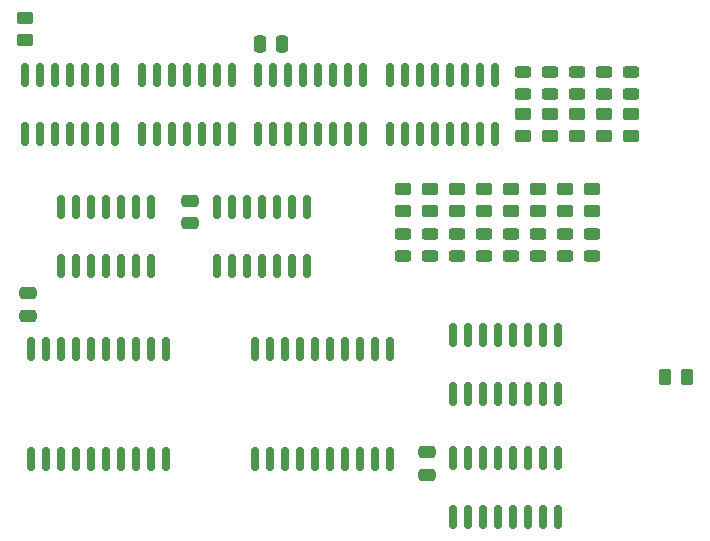
<source format=gbr>
%TF.GenerationSoftware,KiCad,Pcbnew,(6.0.0-0)*%
%TF.CreationDate,2022-08-12T08:36:23-04:00*%
%TF.ProjectId,inst-step-irq-decode,696e7374-2d73-4746-9570-2d6972712d64,rev?*%
%TF.SameCoordinates,Original*%
%TF.FileFunction,Paste,Top*%
%TF.FilePolarity,Positive*%
%FSLAX46Y46*%
G04 Gerber Fmt 4.6, Leading zero omitted, Abs format (unit mm)*
G04 Created by KiCad (PCBNEW (6.0.0-0)) date 2022-08-12 08:36:23*
%MOMM*%
%LPD*%
G01*
G04 APERTURE LIST*
G04 Aperture macros list*
%AMRoundRect*
0 Rectangle with rounded corners*
0 $1 Rounding radius*
0 $2 $3 $4 $5 $6 $7 $8 $9 X,Y pos of 4 corners*
0 Add a 4 corners polygon primitive as box body*
4,1,4,$2,$3,$4,$5,$6,$7,$8,$9,$2,$3,0*
0 Add four circle primitives for the rounded corners*
1,1,$1+$1,$2,$3*
1,1,$1+$1,$4,$5*
1,1,$1+$1,$6,$7*
1,1,$1+$1,$8,$9*
0 Add four rect primitives between the rounded corners*
20,1,$1+$1,$2,$3,$4,$5,0*
20,1,$1+$1,$4,$5,$6,$7,0*
20,1,$1+$1,$6,$7,$8,$9,0*
20,1,$1+$1,$8,$9,$2,$3,0*%
G04 Aperture macros list end*
%ADD10RoundRect,0.250000X0.450000X-0.262500X0.450000X0.262500X-0.450000X0.262500X-0.450000X-0.262500X0*%
%ADD11RoundRect,0.250000X-0.450000X0.262500X-0.450000X-0.262500X0.450000X-0.262500X0.450000X0.262500X0*%
%ADD12RoundRect,0.243750X-0.456250X0.243750X-0.456250X-0.243750X0.456250X-0.243750X0.456250X0.243750X0*%
%ADD13RoundRect,0.150000X0.150000X-0.825000X0.150000X0.825000X-0.150000X0.825000X-0.150000X-0.825000X0*%
%ADD14RoundRect,0.250000X0.475000X-0.250000X0.475000X0.250000X-0.475000X0.250000X-0.475000X-0.250000X0*%
%ADD15RoundRect,0.150000X0.150000X-0.875000X0.150000X0.875000X-0.150000X0.875000X-0.150000X-0.875000X0*%
%ADD16RoundRect,0.243750X0.456250X-0.243750X0.456250X0.243750X-0.456250X0.243750X-0.456250X-0.243750X0*%
%ADD17RoundRect,0.250000X0.262500X0.450000X-0.262500X0.450000X-0.262500X-0.450000X0.262500X-0.450000X0*%
%ADD18RoundRect,0.250000X-0.250000X-0.475000X0.250000X-0.475000X0.250000X0.475000X-0.250000X0.475000X0*%
G04 APERTURE END LIST*
D10*
%TO.C,R2*%
X153670000Y-93368742D03*
X153670000Y-91543742D03*
%TD*%
%TO.C,R3*%
X155956000Y-93368742D03*
X155956000Y-91543742D03*
%TD*%
D11*
%TO.C,R13*%
X172974000Y-85193742D03*
X172974000Y-87018742D03*
%TD*%
D12*
%TO.C,D6*%
X165100000Y-95328742D03*
X165100000Y-97203742D03*
%TD*%
D11*
%TO.C,R1*%
X121666000Y-77065742D03*
X121666000Y-78890742D03*
%TD*%
D13*
%TO.C,U5*%
X137922000Y-97979242D03*
X139192000Y-97979242D03*
X140462000Y-97979242D03*
X141732000Y-97979242D03*
X143002000Y-97979242D03*
X144272000Y-97979242D03*
X145542000Y-97979242D03*
X145542000Y-93029242D03*
X144272000Y-93029242D03*
X143002000Y-93029242D03*
X141732000Y-93029242D03*
X140462000Y-93029242D03*
X139192000Y-93029242D03*
X137922000Y-93029242D03*
%TD*%
D12*
%TO.C,D8*%
X169672000Y-95328742D03*
X169672000Y-97203742D03*
%TD*%
D13*
%TO.C,U4*%
X131572000Y-86803242D03*
X132842000Y-86803242D03*
X134112000Y-86803242D03*
X135382000Y-86803242D03*
X136652000Y-86803242D03*
X137922000Y-86803242D03*
X139192000Y-86803242D03*
X139192000Y-81853242D03*
X137922000Y-81853242D03*
X136652000Y-81853242D03*
X135382000Y-81853242D03*
X134112000Y-81853242D03*
X132842000Y-81853242D03*
X131572000Y-81853242D03*
%TD*%
D11*
%TO.C,R12*%
X170688000Y-85193742D03*
X170688000Y-87018742D03*
%TD*%
D13*
%TO.C,U8*%
X157861000Y-119237242D03*
X159131000Y-119237242D03*
X160401000Y-119237242D03*
X161671000Y-119237242D03*
X162941000Y-119237242D03*
X164211000Y-119237242D03*
X165481000Y-119237242D03*
X166751000Y-119237242D03*
X166751000Y-114287242D03*
X165481000Y-114287242D03*
X164211000Y-114287242D03*
X162941000Y-114287242D03*
X161671000Y-114287242D03*
X160401000Y-114287242D03*
X159131000Y-114287242D03*
X157861000Y-114287242D03*
%TD*%
D12*
%TO.C,D2*%
X155956000Y-95328742D03*
X155956000Y-97203742D03*
%TD*%
D14*
%TO.C,C4*%
X121920000Y-102218242D03*
X121920000Y-100318242D03*
%TD*%
D10*
%TO.C,R6*%
X162814000Y-93368742D03*
X162814000Y-91543742D03*
%TD*%
D15*
%TO.C,U7*%
X141097000Y-114378242D03*
X142367000Y-114378242D03*
X143637000Y-114378242D03*
X144907000Y-114378242D03*
X146177000Y-114378242D03*
X147447000Y-114378242D03*
X148717000Y-114378242D03*
X149987000Y-114378242D03*
X151257000Y-114378242D03*
X152527000Y-114378242D03*
X152527000Y-105078242D03*
X151257000Y-105078242D03*
X149987000Y-105078242D03*
X148717000Y-105078242D03*
X147447000Y-105078242D03*
X146177000Y-105078242D03*
X144907000Y-105078242D03*
X143637000Y-105078242D03*
X142367000Y-105078242D03*
X141097000Y-105078242D03*
%TD*%
%TO.C,U6*%
X122174000Y-114378242D03*
X123444000Y-114378242D03*
X124714000Y-114378242D03*
X125984000Y-114378242D03*
X127254000Y-114378242D03*
X128524000Y-114378242D03*
X129794000Y-114378242D03*
X131064000Y-114378242D03*
X132334000Y-114378242D03*
X133604000Y-114378242D03*
X133604000Y-105078242D03*
X132334000Y-105078242D03*
X131064000Y-105078242D03*
X129794000Y-105078242D03*
X128524000Y-105078242D03*
X127254000Y-105078242D03*
X125984000Y-105078242D03*
X124714000Y-105078242D03*
X123444000Y-105078242D03*
X122174000Y-105078242D03*
%TD*%
D12*
%TO.C,D5*%
X162814000Y-95328742D03*
X162814000Y-97203742D03*
%TD*%
D10*
%TO.C,R4*%
X158242000Y-93368742D03*
X158242000Y-91543742D03*
%TD*%
%TO.C,R5*%
X160528000Y-93368742D03*
X160528000Y-91543742D03*
%TD*%
%TO.C,R9*%
X169672000Y-93368742D03*
X169672000Y-91543742D03*
%TD*%
D12*
%TO.C,D4*%
X160528000Y-95328742D03*
X160528000Y-97203742D03*
%TD*%
D16*
%TO.C,D11*%
X170688000Y-83487742D03*
X170688000Y-81612742D03*
%TD*%
D10*
%TO.C,R7*%
X165100000Y-93368742D03*
X165100000Y-91543742D03*
%TD*%
D17*
%TO.C,R15*%
X177696500Y-107442242D03*
X175871500Y-107442242D03*
%TD*%
D16*
%TO.C,D10*%
X168402000Y-83487742D03*
X168402000Y-81612742D03*
%TD*%
D11*
%TO.C,R14*%
X163830000Y-85193742D03*
X163830000Y-87018742D03*
%TD*%
%TO.C,R11*%
X168402000Y-85193742D03*
X168402000Y-87018742D03*
%TD*%
D16*
%TO.C,D13*%
X163830000Y-83487742D03*
X163830000Y-81612742D03*
%TD*%
D13*
%TO.C,U2*%
X121666000Y-86803242D03*
X122936000Y-86803242D03*
X124206000Y-86803242D03*
X125476000Y-86803242D03*
X126746000Y-86803242D03*
X128016000Y-86803242D03*
X129286000Y-86803242D03*
X129286000Y-81853242D03*
X128016000Y-81853242D03*
X126746000Y-81853242D03*
X125476000Y-81853242D03*
X124206000Y-81853242D03*
X122936000Y-81853242D03*
X121666000Y-81853242D03*
%TD*%
D12*
%TO.C,D3*%
X158242000Y-95328742D03*
X158242000Y-97203742D03*
%TD*%
%TO.C,D1*%
X153670000Y-95328742D03*
X153670000Y-97203742D03*
%TD*%
D13*
%TO.C,U9*%
X157861000Y-108823242D03*
X159131000Y-108823242D03*
X160401000Y-108823242D03*
X161671000Y-108823242D03*
X162941000Y-108823242D03*
X164211000Y-108823242D03*
X165481000Y-108823242D03*
X166751000Y-108823242D03*
X166751000Y-103873242D03*
X165481000Y-103873242D03*
X164211000Y-103873242D03*
X162941000Y-103873242D03*
X161671000Y-103873242D03*
X160401000Y-103873242D03*
X159131000Y-103873242D03*
X157861000Y-103873242D03*
%TD*%
%TO.C,U10*%
X152527000Y-86803242D03*
X153797000Y-86803242D03*
X155067000Y-86803242D03*
X156337000Y-86803242D03*
X157607000Y-86803242D03*
X158877000Y-86803242D03*
X160147000Y-86803242D03*
X161417000Y-86803242D03*
X161417000Y-81853242D03*
X160147000Y-81853242D03*
X158877000Y-81853242D03*
X157607000Y-81853242D03*
X156337000Y-81853242D03*
X155067000Y-81853242D03*
X153797000Y-81853242D03*
X152527000Y-81853242D03*
%TD*%
D16*
%TO.C,D12*%
X172974000Y-83487742D03*
X172974000Y-81612742D03*
%TD*%
D14*
%TO.C,C3*%
X155702000Y-115680242D03*
X155702000Y-113780242D03*
%TD*%
D13*
%TO.C,U1*%
X124714000Y-97979242D03*
X125984000Y-97979242D03*
X127254000Y-97979242D03*
X128524000Y-97979242D03*
X129794000Y-97979242D03*
X131064000Y-97979242D03*
X132334000Y-97979242D03*
X132334000Y-93029242D03*
X131064000Y-93029242D03*
X129794000Y-93029242D03*
X128524000Y-93029242D03*
X127254000Y-93029242D03*
X125984000Y-93029242D03*
X124714000Y-93029242D03*
%TD*%
D16*
%TO.C,D9*%
X166116000Y-83487742D03*
X166116000Y-81612742D03*
%TD*%
D11*
%TO.C,R10*%
X166116000Y-85193742D03*
X166116000Y-87018742D03*
%TD*%
D10*
%TO.C,R8*%
X167386000Y-93368742D03*
X167386000Y-91543742D03*
%TD*%
D13*
%TO.C,U3*%
X141417000Y-86803242D03*
X142687000Y-86803242D03*
X143957000Y-86803242D03*
X145227000Y-86803242D03*
X146497000Y-86803242D03*
X147767000Y-86803242D03*
X149037000Y-86803242D03*
X150307000Y-86803242D03*
X150307000Y-81853242D03*
X149037000Y-81853242D03*
X147767000Y-81853242D03*
X146497000Y-81853242D03*
X145227000Y-81853242D03*
X143957000Y-81853242D03*
X142687000Y-81853242D03*
X141417000Y-81853242D03*
%TD*%
D18*
%TO.C,C1*%
X141544000Y-79248242D03*
X143444000Y-79248242D03*
%TD*%
D14*
%TO.C,C2*%
X135636000Y-94422242D03*
X135636000Y-92522242D03*
%TD*%
D12*
%TO.C,D7*%
X167386000Y-95328742D03*
X167386000Y-97203742D03*
%TD*%
M02*

</source>
